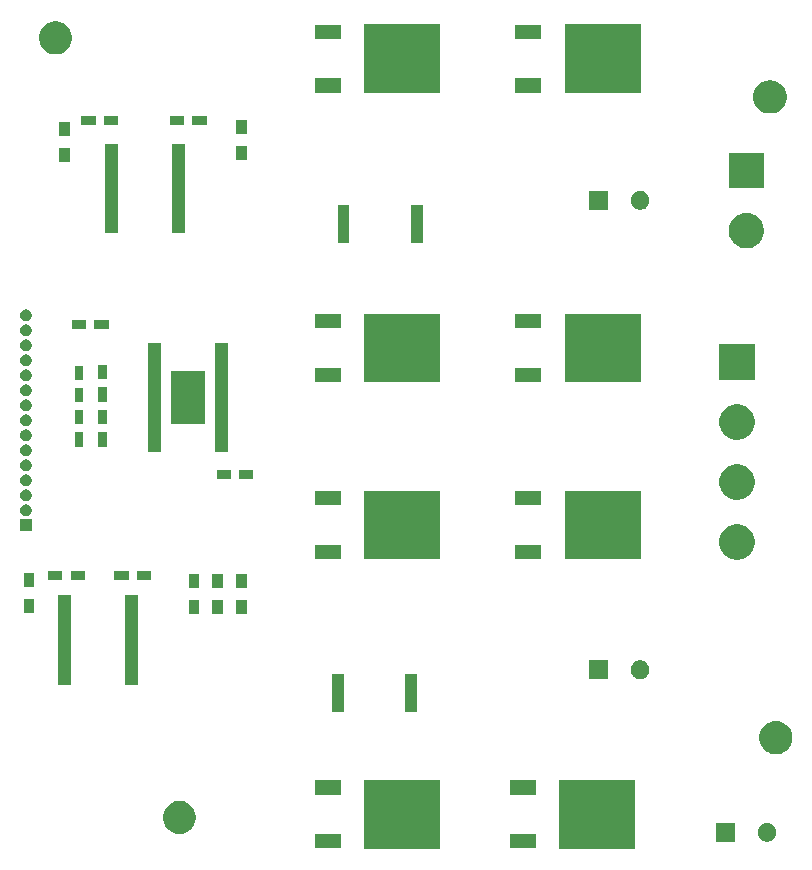
<source format=gbr>
G04 #@! TF.GenerationSoftware,KiCad,Pcbnew,5.0.2-bee76a0~70~ubuntu18.04.1*
G04 #@! TF.CreationDate,2019-02-27T20:57:34-05:00*
G04 #@! TF.ProjectId,Stepper Motor Prototype,53746570-7065-4722-904d-6f746f722050,rev?*
G04 #@! TF.SameCoordinates,Original*
G04 #@! TF.FileFunction,Soldermask,Top*
G04 #@! TF.FilePolarity,Negative*
%FSLAX46Y46*%
G04 Gerber Fmt 4.6, Leading zero omitted, Abs format (unit mm)*
G04 Created by KiCad (PCBNEW 5.0.2-bee76a0~70~ubuntu18.04.1) date Wed 27 Feb 2019 08:57:34 PM EST*
%MOMM*%
%LPD*%
G01*
G04 APERTURE LIST*
%ADD10C,0.100000*%
G04 APERTURE END LIST*
D10*
G36*
X164550000Y-124400000D02*
X158150000Y-124400000D01*
X158150000Y-118600000D01*
X164550000Y-118600000D01*
X164550000Y-124400000D01*
X164550000Y-124400000D01*
G37*
G36*
X148050000Y-124400000D02*
X141650000Y-124400000D01*
X141650000Y-118600000D01*
X148050000Y-118600000D01*
X148050000Y-124400000D01*
X148050000Y-124400000D01*
G37*
G36*
X139650000Y-124380000D02*
X137450000Y-124380000D01*
X137450000Y-123180000D01*
X139650000Y-123180000D01*
X139650000Y-124380000D01*
X139650000Y-124380000D01*
G37*
G36*
X156150000Y-124380000D02*
X153950000Y-124380000D01*
X153950000Y-123180000D01*
X156150000Y-123180000D01*
X156150000Y-124380000D01*
X156150000Y-124380000D01*
G37*
G36*
X173050000Y-123800000D02*
X171450000Y-123800000D01*
X171450000Y-122200000D01*
X173050000Y-122200000D01*
X173050000Y-123800000D01*
X173050000Y-123800000D01*
G37*
G36*
X175983352Y-122230743D02*
X176128941Y-122291048D01*
X176259973Y-122378601D01*
X176371399Y-122490027D01*
X176458952Y-122621059D01*
X176519257Y-122766648D01*
X176550000Y-122921205D01*
X176550000Y-123078795D01*
X176519257Y-123233352D01*
X176458952Y-123378941D01*
X176371399Y-123509973D01*
X176259973Y-123621399D01*
X176128941Y-123708952D01*
X175983352Y-123769257D01*
X175828795Y-123800000D01*
X175671205Y-123800000D01*
X175516648Y-123769257D01*
X175371059Y-123708952D01*
X175240027Y-123621399D01*
X175128601Y-123509973D01*
X175041048Y-123378941D01*
X174980743Y-123233352D01*
X174950000Y-123078795D01*
X174950000Y-122921205D01*
X174980743Y-122766648D01*
X175041048Y-122621059D01*
X175128601Y-122490027D01*
X175240027Y-122378601D01*
X175371059Y-122291048D01*
X175516648Y-122230743D01*
X175671205Y-122200000D01*
X175828795Y-122200000D01*
X175983352Y-122230743D01*
X175983352Y-122230743D01*
G37*
G36*
X126273126Y-120376900D02*
X126408365Y-120403801D01*
X126663149Y-120509336D01*
X126889397Y-120660511D01*
X126892451Y-120662551D01*
X127087449Y-120857549D01*
X127087451Y-120857552D01*
X127240664Y-121086851D01*
X127346199Y-121341635D01*
X127400000Y-121612112D01*
X127400000Y-121887888D01*
X127346199Y-122158365D01*
X127240664Y-122413149D01*
X127101743Y-122621058D01*
X127087449Y-122642451D01*
X126892451Y-122837449D01*
X126892448Y-122837451D01*
X126663149Y-122990664D01*
X126408365Y-123096199D01*
X126273126Y-123123100D01*
X126137889Y-123150000D01*
X125862111Y-123150000D01*
X125726874Y-123123100D01*
X125591635Y-123096199D01*
X125336851Y-122990664D01*
X125107552Y-122837451D01*
X125107549Y-122837449D01*
X124912551Y-122642451D01*
X124898257Y-122621058D01*
X124759336Y-122413149D01*
X124653801Y-122158365D01*
X124600000Y-121887888D01*
X124600000Y-121612112D01*
X124653801Y-121341635D01*
X124759336Y-121086851D01*
X124912549Y-120857552D01*
X124912551Y-120857549D01*
X125107549Y-120662551D01*
X125110603Y-120660511D01*
X125336851Y-120509336D01*
X125591635Y-120403801D01*
X125726874Y-120376900D01*
X125862111Y-120350000D01*
X126137889Y-120350000D01*
X126273126Y-120376900D01*
X126273126Y-120376900D01*
G37*
G36*
X156150000Y-119820000D02*
X153950000Y-119820000D01*
X153950000Y-118620000D01*
X156150000Y-118620000D01*
X156150000Y-119820000D01*
X156150000Y-119820000D01*
G37*
G36*
X139650000Y-119820000D02*
X137450000Y-119820000D01*
X137450000Y-118620000D01*
X139650000Y-118620000D01*
X139650000Y-119820000D01*
X139650000Y-119820000D01*
G37*
G36*
X176773127Y-113626901D02*
X176908365Y-113653801D01*
X177163149Y-113759336D01*
X177389397Y-113910511D01*
X177392451Y-113912551D01*
X177587449Y-114107549D01*
X177740665Y-114336853D01*
X177846199Y-114591636D01*
X177900000Y-114862111D01*
X177900000Y-115137889D01*
X177846199Y-115408364D01*
X177740665Y-115663147D01*
X177587449Y-115892451D01*
X177392451Y-116087449D01*
X177392448Y-116087451D01*
X177163149Y-116240664D01*
X176908365Y-116346199D01*
X176773127Y-116373099D01*
X176637889Y-116400000D01*
X176362111Y-116400000D01*
X176226873Y-116373099D01*
X176091635Y-116346199D01*
X175836851Y-116240664D01*
X175607552Y-116087451D01*
X175607549Y-116087449D01*
X175412551Y-115892451D01*
X175259335Y-115663147D01*
X175153801Y-115408364D01*
X175100000Y-115137889D01*
X175100000Y-114862111D01*
X175153801Y-114591636D01*
X175259335Y-114336853D01*
X175412551Y-114107549D01*
X175607549Y-113912551D01*
X175610603Y-113910511D01*
X175836851Y-113759336D01*
X176091635Y-113653801D01*
X176226873Y-113626901D01*
X176362111Y-113600000D01*
X176637889Y-113600000D01*
X176773127Y-113626901D01*
X176773127Y-113626901D01*
G37*
G36*
X146100000Y-112850000D02*
X145100000Y-112850000D01*
X145100000Y-109650000D01*
X146100000Y-109650000D01*
X146100000Y-112850000D01*
X146100000Y-112850000D01*
G37*
G36*
X139900000Y-112850000D02*
X138900000Y-112850000D01*
X138900000Y-109650000D01*
X139900000Y-109650000D01*
X139900000Y-112850000D01*
X139900000Y-112850000D01*
G37*
G36*
X116800000Y-110500000D02*
X115700000Y-110500000D01*
X115700000Y-102950000D01*
X116800000Y-102950000D01*
X116800000Y-110500000D01*
X116800000Y-110500000D01*
G37*
G36*
X122500000Y-110500000D02*
X121400000Y-110500000D01*
X121400000Y-102950000D01*
X122500000Y-102950000D01*
X122500000Y-110500000D01*
X122500000Y-110500000D01*
G37*
G36*
X165233352Y-108480743D02*
X165378941Y-108541048D01*
X165509973Y-108628601D01*
X165621399Y-108740027D01*
X165708952Y-108871059D01*
X165769257Y-109016648D01*
X165800000Y-109171205D01*
X165800000Y-109328795D01*
X165769257Y-109483352D01*
X165708952Y-109628941D01*
X165621399Y-109759973D01*
X165509973Y-109871399D01*
X165378941Y-109958952D01*
X165233352Y-110019257D01*
X165078795Y-110050000D01*
X164921205Y-110050000D01*
X164766648Y-110019257D01*
X164621059Y-109958952D01*
X164490027Y-109871399D01*
X164378601Y-109759973D01*
X164291048Y-109628941D01*
X164230743Y-109483352D01*
X164200000Y-109328795D01*
X164200000Y-109171205D01*
X164230743Y-109016648D01*
X164291048Y-108871059D01*
X164378601Y-108740027D01*
X164490027Y-108628601D01*
X164621059Y-108541048D01*
X164766648Y-108480743D01*
X164921205Y-108450000D01*
X165078795Y-108450000D01*
X165233352Y-108480743D01*
X165233352Y-108480743D01*
G37*
G36*
X162300000Y-110050000D02*
X160700000Y-110050000D01*
X160700000Y-108450000D01*
X162300000Y-108450000D01*
X162300000Y-110050000D01*
X162300000Y-110050000D01*
G37*
G36*
X129700000Y-104550000D02*
X128800000Y-104550000D01*
X128800000Y-103350000D01*
X129700000Y-103350000D01*
X129700000Y-104550000D01*
X129700000Y-104550000D01*
G37*
G36*
X127700000Y-104550000D02*
X126800000Y-104550000D01*
X126800000Y-103350000D01*
X127700000Y-103350000D01*
X127700000Y-104550000D01*
X127700000Y-104550000D01*
G37*
G36*
X131700000Y-104550000D02*
X130800000Y-104550000D01*
X130800000Y-103350000D01*
X131700000Y-103350000D01*
X131700000Y-104550000D01*
X131700000Y-104550000D01*
G37*
G36*
X113700000Y-104450000D02*
X112800000Y-104450000D01*
X112800000Y-103250000D01*
X113700000Y-103250000D01*
X113700000Y-104450000D01*
X113700000Y-104450000D01*
G37*
G36*
X131700000Y-102350000D02*
X130800000Y-102350000D01*
X130800000Y-101150000D01*
X131700000Y-101150000D01*
X131700000Y-102350000D01*
X131700000Y-102350000D01*
G37*
G36*
X127700000Y-102350000D02*
X126800000Y-102350000D01*
X126800000Y-101150000D01*
X127700000Y-101150000D01*
X127700000Y-102350000D01*
X127700000Y-102350000D01*
G37*
G36*
X129700000Y-102350000D02*
X128800000Y-102350000D01*
X128800000Y-101150000D01*
X129700000Y-101150000D01*
X129700000Y-102350000D01*
X129700000Y-102350000D01*
G37*
G36*
X113700000Y-102250000D02*
X112800000Y-102250000D01*
X112800000Y-101050000D01*
X113700000Y-101050000D01*
X113700000Y-102250000D01*
X113700000Y-102250000D01*
G37*
G36*
X118000000Y-101625000D02*
X116800000Y-101625000D01*
X116800000Y-100875000D01*
X118000000Y-100875000D01*
X118000000Y-101625000D01*
X118000000Y-101625000D01*
G37*
G36*
X116100000Y-101625000D02*
X114900000Y-101625000D01*
X114900000Y-100875000D01*
X116100000Y-100875000D01*
X116100000Y-101625000D01*
X116100000Y-101625000D01*
G37*
G36*
X123600000Y-101625000D02*
X122400000Y-101625000D01*
X122400000Y-100875000D01*
X123600000Y-100875000D01*
X123600000Y-101625000D01*
X123600000Y-101625000D01*
G37*
G36*
X121700000Y-101625000D02*
X120500000Y-101625000D01*
X120500000Y-100875000D01*
X121700000Y-100875000D01*
X121700000Y-101625000D01*
X121700000Y-101625000D01*
G37*
G36*
X173540935Y-96978429D02*
X173637534Y-96997644D01*
X173910517Y-97110717D01*
X174152920Y-97272687D01*
X174156197Y-97274876D01*
X174365124Y-97483803D01*
X174529284Y-97729485D01*
X174642356Y-98002467D01*
X174700000Y-98292261D01*
X174700000Y-98587739D01*
X174642356Y-98877533D01*
X174529284Y-99150515D01*
X174365124Y-99396197D01*
X174156197Y-99605124D01*
X174156194Y-99605126D01*
X173910517Y-99769283D01*
X173637534Y-99882356D01*
X173548831Y-99900000D01*
X173347739Y-99940000D01*
X173052261Y-99940000D01*
X172851169Y-99900000D01*
X172762466Y-99882356D01*
X172489483Y-99769283D01*
X172243806Y-99605126D01*
X172243803Y-99605124D01*
X172034876Y-99396197D01*
X171870716Y-99150515D01*
X171757644Y-98877533D01*
X171700000Y-98587739D01*
X171700000Y-98292261D01*
X171757644Y-98002467D01*
X171870716Y-97729485D01*
X172034876Y-97483803D01*
X172243803Y-97274876D01*
X172247080Y-97272687D01*
X172489483Y-97110717D01*
X172762466Y-96997644D01*
X172859065Y-96978429D01*
X173052261Y-96940000D01*
X173347739Y-96940000D01*
X173540935Y-96978429D01*
X173540935Y-96978429D01*
G37*
G36*
X148050000Y-99900000D02*
X141650000Y-99900000D01*
X141650000Y-94100000D01*
X148050000Y-94100000D01*
X148050000Y-99900000D01*
X148050000Y-99900000D01*
G37*
G36*
X165050000Y-99900000D02*
X158650000Y-99900000D01*
X158650000Y-94100000D01*
X165050000Y-94100000D01*
X165050000Y-99900000D01*
X165050000Y-99900000D01*
G37*
G36*
X139650000Y-99880000D02*
X137450000Y-99880000D01*
X137450000Y-98680000D01*
X139650000Y-98680000D01*
X139650000Y-99880000D01*
X139650000Y-99880000D01*
G37*
G36*
X156650000Y-99880000D02*
X154450000Y-99880000D01*
X154450000Y-98680000D01*
X156650000Y-98680000D01*
X156650000Y-99880000D01*
X156650000Y-99880000D01*
G37*
G36*
X113500000Y-97500000D02*
X112500000Y-97500000D01*
X112500000Y-96500000D01*
X113500000Y-96500000D01*
X113500000Y-97500000D01*
X113500000Y-97500000D01*
G37*
G36*
X113098015Y-95237234D02*
X113192268Y-95265825D01*
X113238697Y-95290643D01*
X113279129Y-95312254D01*
X113355264Y-95374736D01*
X113417745Y-95450870D01*
X113464175Y-95537732D01*
X113492766Y-95631985D01*
X113502419Y-95730000D01*
X113492766Y-95828015D01*
X113464175Y-95922268D01*
X113439357Y-95968697D01*
X113417746Y-96009129D01*
X113355264Y-96085264D01*
X113279129Y-96147746D01*
X113238697Y-96169357D01*
X113192268Y-96194175D01*
X113098015Y-96222766D01*
X113024564Y-96230000D01*
X112975436Y-96230000D01*
X112901985Y-96222766D01*
X112807732Y-96194175D01*
X112761303Y-96169357D01*
X112720871Y-96147746D01*
X112644736Y-96085264D01*
X112582254Y-96009129D01*
X112560643Y-95968697D01*
X112535825Y-95922268D01*
X112507234Y-95828015D01*
X112497581Y-95730000D01*
X112507234Y-95631985D01*
X112535825Y-95537732D01*
X112582255Y-95450870D01*
X112644736Y-95374736D01*
X112720871Y-95312254D01*
X112761303Y-95290643D01*
X112807732Y-95265825D01*
X112901985Y-95237234D01*
X112975436Y-95230000D01*
X113024564Y-95230000D01*
X113098015Y-95237234D01*
X113098015Y-95237234D01*
G37*
G36*
X139650000Y-95320000D02*
X137450000Y-95320000D01*
X137450000Y-94120000D01*
X139650000Y-94120000D01*
X139650000Y-95320000D01*
X139650000Y-95320000D01*
G37*
G36*
X156650000Y-95320000D02*
X154450000Y-95320000D01*
X154450000Y-94120000D01*
X156650000Y-94120000D01*
X156650000Y-95320000D01*
X156650000Y-95320000D01*
G37*
G36*
X113098015Y-93967234D02*
X113192268Y-93995825D01*
X113238697Y-94020643D01*
X113279129Y-94042254D01*
X113279131Y-94042255D01*
X113279130Y-94042255D01*
X113355264Y-94104736D01*
X113417745Y-94180870D01*
X113464175Y-94267732D01*
X113492766Y-94361985D01*
X113502419Y-94460000D01*
X113492766Y-94558015D01*
X113464175Y-94652268D01*
X113444389Y-94689284D01*
X113417746Y-94739129D01*
X113355264Y-94815264D01*
X113279129Y-94877746D01*
X113238697Y-94899357D01*
X113192268Y-94924175D01*
X113098015Y-94952766D01*
X113024564Y-94960000D01*
X112975436Y-94960000D01*
X112901985Y-94952766D01*
X112807732Y-94924175D01*
X112761303Y-94899357D01*
X112720871Y-94877746D01*
X112644736Y-94815264D01*
X112582254Y-94739129D01*
X112555611Y-94689284D01*
X112535825Y-94652268D01*
X112507234Y-94558015D01*
X112497581Y-94460000D01*
X112507234Y-94361985D01*
X112535825Y-94267732D01*
X112582255Y-94180870D01*
X112644736Y-94104736D01*
X112720870Y-94042255D01*
X112720869Y-94042255D01*
X112720871Y-94042254D01*
X112761303Y-94020643D01*
X112807732Y-93995825D01*
X112901985Y-93967234D01*
X112975436Y-93960000D01*
X113024564Y-93960000D01*
X113098015Y-93967234D01*
X113098015Y-93967234D01*
G37*
G36*
X173540935Y-91898429D02*
X173637534Y-91917644D01*
X173830560Y-91997598D01*
X173879857Y-92018017D01*
X173910517Y-92030717D01*
X174032566Y-92112268D01*
X174156197Y-92194876D01*
X174365124Y-92403803D01*
X174529284Y-92649485D01*
X174560905Y-92725825D01*
X174637553Y-92910870D01*
X174642356Y-92922467D01*
X174700000Y-93212261D01*
X174700000Y-93507739D01*
X174680107Y-93607745D01*
X174642356Y-93797534D01*
X174572064Y-93967234D01*
X174529284Y-94070515D01*
X174365124Y-94316197D01*
X174156197Y-94525124D01*
X174156194Y-94525126D01*
X173910517Y-94689283D01*
X173637534Y-94802356D01*
X173572641Y-94815264D01*
X173347739Y-94860000D01*
X173052261Y-94860000D01*
X172827359Y-94815264D01*
X172762466Y-94802356D01*
X172489483Y-94689283D01*
X172243806Y-94525126D01*
X172243803Y-94525124D01*
X172034876Y-94316197D01*
X171870716Y-94070515D01*
X171827936Y-93967234D01*
X171757644Y-93797534D01*
X171719893Y-93607745D01*
X171700000Y-93507739D01*
X171700000Y-93212261D01*
X171757644Y-92922467D01*
X171762448Y-92910870D01*
X171839095Y-92725825D01*
X171870716Y-92649485D01*
X172034876Y-92403803D01*
X172243803Y-92194876D01*
X172367434Y-92112268D01*
X172489483Y-92030717D01*
X172520144Y-92018017D01*
X172569440Y-91997598D01*
X172762466Y-91917644D01*
X172859065Y-91898429D01*
X173052261Y-91860000D01*
X173347739Y-91860000D01*
X173540935Y-91898429D01*
X173540935Y-91898429D01*
G37*
G36*
X113098015Y-92697234D02*
X113192268Y-92725825D01*
X113238697Y-92750643D01*
X113279129Y-92772254D01*
X113355264Y-92834736D01*
X113417746Y-92910871D01*
X113423944Y-92922467D01*
X113464175Y-92997732D01*
X113492766Y-93091985D01*
X113502419Y-93190000D01*
X113492766Y-93288015D01*
X113464175Y-93382268D01*
X113439357Y-93428697D01*
X113417746Y-93469129D01*
X113355264Y-93545264D01*
X113279129Y-93607746D01*
X113238697Y-93629357D01*
X113192268Y-93654175D01*
X113098015Y-93682766D01*
X113024564Y-93690000D01*
X112975436Y-93690000D01*
X112901985Y-93682766D01*
X112807732Y-93654175D01*
X112761303Y-93629357D01*
X112720871Y-93607746D01*
X112644736Y-93545264D01*
X112582254Y-93469129D01*
X112560643Y-93428697D01*
X112535825Y-93382268D01*
X112507234Y-93288015D01*
X112497581Y-93190000D01*
X112507234Y-93091985D01*
X112535825Y-92997732D01*
X112576056Y-92922467D01*
X112582254Y-92910871D01*
X112644736Y-92834736D01*
X112720871Y-92772254D01*
X112761303Y-92750643D01*
X112807732Y-92725825D01*
X112901985Y-92697234D01*
X112975436Y-92690000D01*
X113024564Y-92690000D01*
X113098015Y-92697234D01*
X113098015Y-92697234D01*
G37*
G36*
X132250000Y-93125000D02*
X131050000Y-93125000D01*
X131050000Y-92375000D01*
X132250000Y-92375000D01*
X132250000Y-93125000D01*
X132250000Y-93125000D01*
G37*
G36*
X130350000Y-93125000D02*
X129150000Y-93125000D01*
X129150000Y-92375000D01*
X130350000Y-92375000D01*
X130350000Y-93125000D01*
X130350000Y-93125000D01*
G37*
G36*
X113098015Y-91427234D02*
X113192268Y-91455825D01*
X113238697Y-91480643D01*
X113279129Y-91502254D01*
X113279131Y-91502255D01*
X113279130Y-91502255D01*
X113355264Y-91564736D01*
X113417745Y-91640870D01*
X113464175Y-91727732D01*
X113492766Y-91821985D01*
X113502419Y-91920000D01*
X113492766Y-92018015D01*
X113464175Y-92112268D01*
X113439357Y-92158697D01*
X113417746Y-92199129D01*
X113355264Y-92275264D01*
X113279129Y-92337746D01*
X113238697Y-92359357D01*
X113192268Y-92384175D01*
X113098015Y-92412766D01*
X113024564Y-92420000D01*
X112975436Y-92420000D01*
X112901985Y-92412766D01*
X112807732Y-92384175D01*
X112761303Y-92359357D01*
X112720871Y-92337746D01*
X112644736Y-92275264D01*
X112582254Y-92199129D01*
X112560643Y-92158697D01*
X112535825Y-92112268D01*
X112507234Y-92018015D01*
X112497581Y-91920000D01*
X112507234Y-91821985D01*
X112535825Y-91727732D01*
X112582255Y-91640870D01*
X112644736Y-91564736D01*
X112720870Y-91502255D01*
X112720869Y-91502255D01*
X112720871Y-91502254D01*
X112761303Y-91480643D01*
X112807732Y-91455825D01*
X112901985Y-91427234D01*
X112975436Y-91420000D01*
X113024564Y-91420000D01*
X113098015Y-91427234D01*
X113098015Y-91427234D01*
G37*
G36*
X113098015Y-90157234D02*
X113192268Y-90185825D01*
X113238697Y-90210643D01*
X113279129Y-90232254D01*
X113279131Y-90232255D01*
X113279130Y-90232255D01*
X113355264Y-90294736D01*
X113417745Y-90370870D01*
X113464175Y-90457732D01*
X113492766Y-90551985D01*
X113502419Y-90650000D01*
X113492766Y-90748015D01*
X113464175Y-90842268D01*
X113439357Y-90888697D01*
X113417746Y-90929129D01*
X113355264Y-91005264D01*
X113279129Y-91067746D01*
X113238697Y-91089357D01*
X113192268Y-91114175D01*
X113098015Y-91142766D01*
X113024564Y-91150000D01*
X112975436Y-91150000D01*
X112901985Y-91142766D01*
X112807732Y-91114175D01*
X112761303Y-91089357D01*
X112720871Y-91067746D01*
X112644736Y-91005264D01*
X112582254Y-90929129D01*
X112560643Y-90888697D01*
X112535825Y-90842268D01*
X112507234Y-90748015D01*
X112497581Y-90650000D01*
X112507234Y-90551985D01*
X112535825Y-90457732D01*
X112582255Y-90370870D01*
X112644736Y-90294736D01*
X112720870Y-90232255D01*
X112720869Y-90232255D01*
X112720871Y-90232254D01*
X112761303Y-90210643D01*
X112807732Y-90185825D01*
X112901985Y-90157234D01*
X112975436Y-90150000D01*
X113024564Y-90150000D01*
X113098015Y-90157234D01*
X113098015Y-90157234D01*
G37*
G36*
X130100000Y-90842500D02*
X129000000Y-90842500D01*
X129000000Y-81557500D01*
X130100000Y-81557500D01*
X130100000Y-90842500D01*
X130100000Y-90842500D01*
G37*
G36*
X124400000Y-90842500D02*
X123300000Y-90842500D01*
X123300000Y-81557500D01*
X124400000Y-81557500D01*
X124400000Y-90842500D01*
X124400000Y-90842500D01*
G37*
G36*
X117875000Y-90350000D02*
X117125000Y-90350000D01*
X117125000Y-89150000D01*
X117875000Y-89150000D01*
X117875000Y-90350000D01*
X117875000Y-90350000D01*
G37*
G36*
X119875000Y-90350000D02*
X119125000Y-90350000D01*
X119125000Y-89150000D01*
X119875000Y-89150000D01*
X119875000Y-90350000D01*
X119875000Y-90350000D01*
G37*
G36*
X113098015Y-88887234D02*
X113192268Y-88915825D01*
X113238697Y-88940643D01*
X113279129Y-88962254D01*
X113355264Y-89024736D01*
X113382153Y-89057500D01*
X113417745Y-89100870D01*
X113464175Y-89187732D01*
X113492766Y-89281985D01*
X113502419Y-89380000D01*
X113492766Y-89478015D01*
X113464175Y-89572268D01*
X113444389Y-89609284D01*
X113417746Y-89659129D01*
X113355264Y-89735264D01*
X113279129Y-89797746D01*
X113238697Y-89819357D01*
X113192268Y-89844175D01*
X113098015Y-89872766D01*
X113024564Y-89880000D01*
X112975436Y-89880000D01*
X112901985Y-89872766D01*
X112807732Y-89844175D01*
X112761303Y-89819357D01*
X112720871Y-89797746D01*
X112644736Y-89735264D01*
X112582254Y-89659129D01*
X112555611Y-89609284D01*
X112535825Y-89572268D01*
X112507234Y-89478015D01*
X112497581Y-89380000D01*
X112507234Y-89281985D01*
X112535825Y-89187732D01*
X112582255Y-89100870D01*
X112617848Y-89057500D01*
X112644736Y-89024736D01*
X112720871Y-88962254D01*
X112761303Y-88940643D01*
X112807732Y-88915825D01*
X112901985Y-88887234D01*
X112975436Y-88880000D01*
X113024564Y-88880000D01*
X113098015Y-88887234D01*
X113098015Y-88887234D01*
G37*
G36*
X173540935Y-86818429D02*
X173637534Y-86837644D01*
X173649257Y-86842500D01*
X173879857Y-86938017D01*
X173910517Y-86950717D01*
X174032566Y-87032268D01*
X174156197Y-87114876D01*
X174365124Y-87323803D01*
X174529284Y-87569485D01*
X174560905Y-87645825D01*
X174637553Y-87830870D01*
X174642356Y-87842467D01*
X174700000Y-88132261D01*
X174700000Y-88427739D01*
X174680107Y-88527745D01*
X174642356Y-88717534D01*
X174572064Y-88887234D01*
X174529284Y-88990515D01*
X174365124Y-89236197D01*
X174156197Y-89445124D01*
X174156194Y-89445126D01*
X173910517Y-89609283D01*
X173637534Y-89722356D01*
X173572641Y-89735264D01*
X173347739Y-89780000D01*
X173052261Y-89780000D01*
X172827359Y-89735264D01*
X172762466Y-89722356D01*
X172489483Y-89609283D01*
X172243806Y-89445126D01*
X172243803Y-89445124D01*
X172034876Y-89236197D01*
X171870716Y-88990515D01*
X171827936Y-88887234D01*
X171757644Y-88717534D01*
X171719893Y-88527745D01*
X171700000Y-88427739D01*
X171700000Y-88132261D01*
X171757644Y-87842467D01*
X171762448Y-87830870D01*
X171839095Y-87645825D01*
X171870716Y-87569485D01*
X172034876Y-87323803D01*
X172243803Y-87114876D01*
X172367434Y-87032268D01*
X172489483Y-86950717D01*
X172520144Y-86938017D01*
X172750743Y-86842500D01*
X172762466Y-86837644D01*
X172859065Y-86818429D01*
X173052261Y-86780000D01*
X173347739Y-86780000D01*
X173540935Y-86818429D01*
X173540935Y-86818429D01*
G37*
G36*
X113098015Y-87617234D02*
X113192268Y-87645825D01*
X113238697Y-87670643D01*
X113279129Y-87692254D01*
X113355264Y-87754736D01*
X113417746Y-87830871D01*
X113423944Y-87842467D01*
X113464175Y-87917732D01*
X113492766Y-88011985D01*
X113502419Y-88110000D01*
X113492766Y-88208015D01*
X113464175Y-88302268D01*
X113442670Y-88342500D01*
X113417746Y-88389129D01*
X113355264Y-88465264D01*
X113279129Y-88527746D01*
X113238697Y-88549357D01*
X113192268Y-88574175D01*
X113098015Y-88602766D01*
X113024564Y-88610000D01*
X112975436Y-88610000D01*
X112901985Y-88602766D01*
X112807732Y-88574175D01*
X112761303Y-88549357D01*
X112720871Y-88527746D01*
X112644736Y-88465264D01*
X112582254Y-88389129D01*
X112557330Y-88342500D01*
X112535825Y-88302268D01*
X112507234Y-88208015D01*
X112497581Y-88110000D01*
X112507234Y-88011985D01*
X112535825Y-87917732D01*
X112576056Y-87842467D01*
X112582254Y-87830871D01*
X112644736Y-87754736D01*
X112720871Y-87692254D01*
X112761303Y-87670643D01*
X112807732Y-87645825D01*
X112901985Y-87617234D01*
X112975436Y-87610000D01*
X113024564Y-87610000D01*
X113098015Y-87617234D01*
X113098015Y-87617234D01*
G37*
G36*
X117875000Y-88450000D02*
X117125000Y-88450000D01*
X117125000Y-87250000D01*
X117875000Y-87250000D01*
X117875000Y-88450000D01*
X117875000Y-88450000D01*
G37*
G36*
X119875000Y-88450000D02*
X119125000Y-88450000D01*
X119125000Y-87250000D01*
X119875000Y-87250000D01*
X119875000Y-88450000D01*
X119875000Y-88450000D01*
G37*
G36*
X128150000Y-88440000D02*
X125250000Y-88440000D01*
X125250000Y-83960000D01*
X128150000Y-83960000D01*
X128150000Y-88440000D01*
X128150000Y-88440000D01*
G37*
G36*
X113098015Y-86347234D02*
X113192268Y-86375825D01*
X113238697Y-86400643D01*
X113279129Y-86422254D01*
X113355264Y-86484736D01*
X113414980Y-86557500D01*
X113417745Y-86560870D01*
X113464175Y-86647732D01*
X113492766Y-86741985D01*
X113502419Y-86840000D01*
X113492766Y-86938015D01*
X113464175Y-87032268D01*
X113450688Y-87057500D01*
X113417746Y-87119129D01*
X113355264Y-87195264D01*
X113279129Y-87257746D01*
X113238697Y-87279357D01*
X113192268Y-87304175D01*
X113098015Y-87332766D01*
X113024564Y-87340000D01*
X112975436Y-87340000D01*
X112901985Y-87332766D01*
X112807732Y-87304175D01*
X112761303Y-87279357D01*
X112720871Y-87257746D01*
X112644736Y-87195264D01*
X112582254Y-87119129D01*
X112549312Y-87057500D01*
X112535825Y-87032268D01*
X112507234Y-86938015D01*
X112497581Y-86840000D01*
X112507234Y-86741985D01*
X112535825Y-86647732D01*
X112582255Y-86560870D01*
X112585021Y-86557500D01*
X112644736Y-86484736D01*
X112720871Y-86422254D01*
X112761303Y-86400643D01*
X112807732Y-86375825D01*
X112901985Y-86347234D01*
X112975436Y-86340000D01*
X113024564Y-86340000D01*
X113098015Y-86347234D01*
X113098015Y-86347234D01*
G37*
G36*
X117875000Y-86600000D02*
X117125000Y-86600000D01*
X117125000Y-85400000D01*
X117875000Y-85400000D01*
X117875000Y-86600000D01*
X117875000Y-86600000D01*
G37*
G36*
X119875000Y-86550000D02*
X119125000Y-86550000D01*
X119125000Y-85350000D01*
X119875000Y-85350000D01*
X119875000Y-86550000D01*
X119875000Y-86550000D01*
G37*
G36*
X113098015Y-85077234D02*
X113192268Y-85105825D01*
X113238697Y-85130643D01*
X113279129Y-85152254D01*
X113279131Y-85152255D01*
X113279130Y-85152255D01*
X113355264Y-85214736D01*
X113417745Y-85290870D01*
X113464175Y-85377732D01*
X113492766Y-85471985D01*
X113502419Y-85570000D01*
X113492766Y-85668015D01*
X113464175Y-85762268D01*
X113439357Y-85808697D01*
X113417746Y-85849129D01*
X113355264Y-85925264D01*
X113279129Y-85987746D01*
X113238697Y-86009357D01*
X113192268Y-86034175D01*
X113098015Y-86062766D01*
X113024564Y-86070000D01*
X112975436Y-86070000D01*
X112901985Y-86062766D01*
X112807732Y-86034175D01*
X112761303Y-86009357D01*
X112720871Y-85987746D01*
X112644736Y-85925264D01*
X112582254Y-85849129D01*
X112560643Y-85808697D01*
X112535825Y-85762268D01*
X112507234Y-85668015D01*
X112497581Y-85570000D01*
X112507234Y-85471985D01*
X112535825Y-85377732D01*
X112582255Y-85290870D01*
X112644736Y-85214736D01*
X112720870Y-85152255D01*
X112720869Y-85152255D01*
X112720871Y-85152254D01*
X112761303Y-85130643D01*
X112807732Y-85105825D01*
X112901985Y-85077234D01*
X112975436Y-85070000D01*
X113024564Y-85070000D01*
X113098015Y-85077234D01*
X113098015Y-85077234D01*
G37*
G36*
X165050000Y-84900000D02*
X158650000Y-84900000D01*
X158650000Y-79100000D01*
X165050000Y-79100000D01*
X165050000Y-84900000D01*
X165050000Y-84900000D01*
G37*
G36*
X148050000Y-84900000D02*
X141650000Y-84900000D01*
X141650000Y-79100000D01*
X148050000Y-79100000D01*
X148050000Y-84900000D01*
X148050000Y-84900000D01*
G37*
G36*
X156650000Y-84880000D02*
X154450000Y-84880000D01*
X154450000Y-83680000D01*
X156650000Y-83680000D01*
X156650000Y-84880000D01*
X156650000Y-84880000D01*
G37*
G36*
X139650000Y-84880000D02*
X137450000Y-84880000D01*
X137450000Y-83680000D01*
X139650000Y-83680000D01*
X139650000Y-84880000D01*
X139650000Y-84880000D01*
G37*
G36*
X113098015Y-83807234D02*
X113192268Y-83835825D01*
X113238697Y-83860643D01*
X113279129Y-83882254D01*
X113279131Y-83882255D01*
X113279130Y-83882255D01*
X113355264Y-83944736D01*
X113417745Y-84020870D01*
X113464175Y-84107732D01*
X113492766Y-84201985D01*
X113502419Y-84300000D01*
X113492766Y-84398015D01*
X113464175Y-84492268D01*
X113439357Y-84538697D01*
X113417746Y-84579129D01*
X113355264Y-84655264D01*
X113279129Y-84717746D01*
X113238697Y-84739357D01*
X113192268Y-84764175D01*
X113098015Y-84792766D01*
X113024564Y-84800000D01*
X112975436Y-84800000D01*
X112901985Y-84792766D01*
X112807732Y-84764175D01*
X112761303Y-84739357D01*
X112720871Y-84717746D01*
X112644736Y-84655264D01*
X112582254Y-84579129D01*
X112560643Y-84538697D01*
X112535825Y-84492268D01*
X112507234Y-84398015D01*
X112497581Y-84300000D01*
X112507234Y-84201985D01*
X112535825Y-84107732D01*
X112582255Y-84020870D01*
X112644736Y-83944736D01*
X112720870Y-83882255D01*
X112720869Y-83882255D01*
X112720871Y-83882254D01*
X112761303Y-83860643D01*
X112807732Y-83835825D01*
X112901985Y-83807234D01*
X112975436Y-83800000D01*
X113024564Y-83800000D01*
X113098015Y-83807234D01*
X113098015Y-83807234D01*
G37*
G36*
X174700000Y-84700000D02*
X171700000Y-84700000D01*
X171700000Y-81700000D01*
X174700000Y-81700000D01*
X174700000Y-84700000D01*
X174700000Y-84700000D01*
G37*
G36*
X117875000Y-84700000D02*
X117125000Y-84700000D01*
X117125000Y-83500000D01*
X117875000Y-83500000D01*
X117875000Y-84700000D01*
X117875000Y-84700000D01*
G37*
G36*
X119875000Y-84650000D02*
X119125000Y-84650000D01*
X119125000Y-83450000D01*
X119875000Y-83450000D01*
X119875000Y-84650000D01*
X119875000Y-84650000D01*
G37*
G36*
X113098015Y-82537234D02*
X113192268Y-82565825D01*
X113238697Y-82590643D01*
X113279129Y-82612254D01*
X113279131Y-82612255D01*
X113279130Y-82612255D01*
X113355264Y-82674736D01*
X113417745Y-82750870D01*
X113464175Y-82837732D01*
X113492766Y-82931985D01*
X113502419Y-83030000D01*
X113492766Y-83128015D01*
X113464175Y-83222268D01*
X113439357Y-83268697D01*
X113417746Y-83309129D01*
X113355264Y-83385264D01*
X113279129Y-83447746D01*
X113238697Y-83469357D01*
X113192268Y-83494175D01*
X113098015Y-83522766D01*
X113024564Y-83530000D01*
X112975436Y-83530000D01*
X112901985Y-83522766D01*
X112807732Y-83494175D01*
X112761303Y-83469357D01*
X112720871Y-83447746D01*
X112644736Y-83385264D01*
X112582254Y-83309129D01*
X112560643Y-83268697D01*
X112535825Y-83222268D01*
X112507234Y-83128015D01*
X112497581Y-83030000D01*
X112507234Y-82931985D01*
X112535825Y-82837732D01*
X112582255Y-82750870D01*
X112644736Y-82674736D01*
X112720870Y-82612255D01*
X112720869Y-82612255D01*
X112720871Y-82612254D01*
X112761303Y-82590643D01*
X112807732Y-82565825D01*
X112901985Y-82537234D01*
X112975436Y-82530000D01*
X113024564Y-82530000D01*
X113098015Y-82537234D01*
X113098015Y-82537234D01*
G37*
G36*
X113098015Y-81267234D02*
X113192268Y-81295825D01*
X113238697Y-81320643D01*
X113279129Y-81342254D01*
X113279131Y-81342255D01*
X113279130Y-81342255D01*
X113355264Y-81404736D01*
X113417745Y-81480870D01*
X113464175Y-81567732D01*
X113492766Y-81661985D01*
X113502419Y-81760000D01*
X113492766Y-81858015D01*
X113464175Y-81952268D01*
X113439357Y-81998697D01*
X113417746Y-82039129D01*
X113355264Y-82115264D01*
X113279129Y-82177746D01*
X113238697Y-82199357D01*
X113192268Y-82224175D01*
X113098015Y-82252766D01*
X113024564Y-82260000D01*
X112975436Y-82260000D01*
X112901985Y-82252766D01*
X112807732Y-82224175D01*
X112761303Y-82199357D01*
X112720871Y-82177746D01*
X112644736Y-82115264D01*
X112582254Y-82039129D01*
X112560643Y-81998697D01*
X112535825Y-81952268D01*
X112507234Y-81858015D01*
X112497581Y-81760000D01*
X112507234Y-81661985D01*
X112535825Y-81567732D01*
X112582255Y-81480870D01*
X112644736Y-81404736D01*
X112720870Y-81342255D01*
X112720869Y-81342255D01*
X112720871Y-81342254D01*
X112761303Y-81320643D01*
X112807732Y-81295825D01*
X112901985Y-81267234D01*
X112975436Y-81260000D01*
X113024564Y-81260000D01*
X113098015Y-81267234D01*
X113098015Y-81267234D01*
G37*
G36*
X113098015Y-79997234D02*
X113192268Y-80025825D01*
X113238697Y-80050643D01*
X113279129Y-80072254D01*
X113279131Y-80072255D01*
X113279130Y-80072255D01*
X113355264Y-80134736D01*
X113417745Y-80210870D01*
X113464175Y-80297732D01*
X113492766Y-80391985D01*
X113502419Y-80490000D01*
X113492766Y-80588015D01*
X113464175Y-80682268D01*
X113439357Y-80728697D01*
X113417746Y-80769129D01*
X113355264Y-80845264D01*
X113279129Y-80907746D01*
X113238697Y-80929357D01*
X113192268Y-80954175D01*
X113098015Y-80982766D01*
X113024564Y-80990000D01*
X112975436Y-80990000D01*
X112901985Y-80982766D01*
X112807732Y-80954175D01*
X112761303Y-80929357D01*
X112720871Y-80907746D01*
X112644736Y-80845264D01*
X112582254Y-80769129D01*
X112560643Y-80728697D01*
X112535825Y-80682268D01*
X112507234Y-80588015D01*
X112497581Y-80490000D01*
X112507234Y-80391985D01*
X112535825Y-80297732D01*
X112582255Y-80210870D01*
X112644736Y-80134736D01*
X112720870Y-80072255D01*
X112720869Y-80072255D01*
X112720871Y-80072254D01*
X112761303Y-80050643D01*
X112807732Y-80025825D01*
X112901985Y-79997234D01*
X112975436Y-79990000D01*
X113024564Y-79990000D01*
X113098015Y-79997234D01*
X113098015Y-79997234D01*
G37*
G36*
X120000000Y-80375000D02*
X118800000Y-80375000D01*
X118800000Y-79625000D01*
X120000000Y-79625000D01*
X120000000Y-80375000D01*
X120000000Y-80375000D01*
G37*
G36*
X118100000Y-80375000D02*
X116900000Y-80375000D01*
X116900000Y-79625000D01*
X118100000Y-79625000D01*
X118100000Y-80375000D01*
X118100000Y-80375000D01*
G37*
G36*
X156650000Y-80320000D02*
X154450000Y-80320000D01*
X154450000Y-79120000D01*
X156650000Y-79120000D01*
X156650000Y-80320000D01*
X156650000Y-80320000D01*
G37*
G36*
X139650000Y-80320000D02*
X137450000Y-80320000D01*
X137450000Y-79120000D01*
X139650000Y-79120000D01*
X139650000Y-80320000D01*
X139650000Y-80320000D01*
G37*
G36*
X113098015Y-78727234D02*
X113192268Y-78755825D01*
X113238697Y-78780643D01*
X113279129Y-78802254D01*
X113279131Y-78802255D01*
X113279130Y-78802255D01*
X113355264Y-78864736D01*
X113417745Y-78940870D01*
X113464175Y-79027732D01*
X113492766Y-79121985D01*
X113502419Y-79220000D01*
X113492766Y-79318015D01*
X113464175Y-79412268D01*
X113439357Y-79458697D01*
X113417746Y-79499129D01*
X113355264Y-79575264D01*
X113279129Y-79637746D01*
X113238697Y-79659357D01*
X113192268Y-79684175D01*
X113098015Y-79712766D01*
X113024564Y-79720000D01*
X112975436Y-79720000D01*
X112901985Y-79712766D01*
X112807732Y-79684175D01*
X112761303Y-79659357D01*
X112720871Y-79637746D01*
X112644736Y-79575264D01*
X112582254Y-79499129D01*
X112560643Y-79458697D01*
X112535825Y-79412268D01*
X112507234Y-79318015D01*
X112497581Y-79220000D01*
X112507234Y-79121985D01*
X112535825Y-79027732D01*
X112582255Y-78940870D01*
X112644736Y-78864736D01*
X112720870Y-78802255D01*
X112720869Y-78802255D01*
X112720871Y-78802254D01*
X112761303Y-78780643D01*
X112807732Y-78755825D01*
X112901985Y-78727234D01*
X112975436Y-78720000D01*
X113024564Y-78720000D01*
X113098015Y-78727234D01*
X113098015Y-78727234D01*
G37*
G36*
X174340935Y-70618429D02*
X174437534Y-70637644D01*
X174710517Y-70750717D01*
X174952920Y-70912687D01*
X174956197Y-70914876D01*
X175165124Y-71123803D01*
X175329284Y-71369485D01*
X175442356Y-71642467D01*
X175500000Y-71932261D01*
X175500000Y-72227739D01*
X175442356Y-72517533D01*
X175329284Y-72790515D01*
X175165124Y-73036197D01*
X174956197Y-73245124D01*
X174956194Y-73245126D01*
X174710517Y-73409283D01*
X174437534Y-73522356D01*
X174340935Y-73541571D01*
X174147739Y-73580000D01*
X173852261Y-73580000D01*
X173659065Y-73541571D01*
X173562466Y-73522356D01*
X173289483Y-73409283D01*
X173043806Y-73245126D01*
X173043803Y-73245124D01*
X172834876Y-73036197D01*
X172670716Y-72790515D01*
X172557644Y-72517533D01*
X172500000Y-72227739D01*
X172500000Y-71932261D01*
X172557644Y-71642467D01*
X172670716Y-71369485D01*
X172834876Y-71123803D01*
X173043803Y-70914876D01*
X173047080Y-70912687D01*
X173289483Y-70750717D01*
X173562466Y-70637644D01*
X173659065Y-70618429D01*
X173852261Y-70580000D01*
X174147739Y-70580000D01*
X174340935Y-70618429D01*
X174340935Y-70618429D01*
G37*
G36*
X146600000Y-73100000D02*
X145600000Y-73100000D01*
X145600000Y-69900000D01*
X146600000Y-69900000D01*
X146600000Y-73100000D01*
X146600000Y-73100000D01*
G37*
G36*
X140400000Y-73100000D02*
X139400000Y-73100000D01*
X139400000Y-69900000D01*
X140400000Y-69900000D01*
X140400000Y-73100000D01*
X140400000Y-73100000D01*
G37*
G36*
X120800000Y-72250000D02*
X119700000Y-72250000D01*
X119700000Y-64700000D01*
X120800000Y-64700000D01*
X120800000Y-72250000D01*
X120800000Y-72250000D01*
G37*
G36*
X126500000Y-72250000D02*
X125400000Y-72250000D01*
X125400000Y-64700000D01*
X126500000Y-64700000D01*
X126500000Y-72250000D01*
X126500000Y-72250000D01*
G37*
G36*
X162300000Y-70300000D02*
X160700000Y-70300000D01*
X160700000Y-68700000D01*
X162300000Y-68700000D01*
X162300000Y-70300000D01*
X162300000Y-70300000D01*
G37*
G36*
X165233352Y-68730743D02*
X165378941Y-68791048D01*
X165509973Y-68878601D01*
X165621399Y-68990027D01*
X165708952Y-69121059D01*
X165769257Y-69266648D01*
X165800000Y-69421205D01*
X165800000Y-69578795D01*
X165769257Y-69733352D01*
X165708952Y-69878941D01*
X165621399Y-70009973D01*
X165509973Y-70121399D01*
X165378941Y-70208952D01*
X165233352Y-70269257D01*
X165078795Y-70300000D01*
X164921205Y-70300000D01*
X164766648Y-70269257D01*
X164621059Y-70208952D01*
X164490027Y-70121399D01*
X164378601Y-70009973D01*
X164291048Y-69878941D01*
X164230743Y-69733352D01*
X164200000Y-69578795D01*
X164200000Y-69421205D01*
X164230743Y-69266648D01*
X164291048Y-69121059D01*
X164378601Y-68990027D01*
X164490027Y-68878601D01*
X164621059Y-68791048D01*
X164766648Y-68730743D01*
X164921205Y-68700000D01*
X165078795Y-68700000D01*
X165233352Y-68730743D01*
X165233352Y-68730743D01*
G37*
G36*
X175500000Y-68500000D02*
X172500000Y-68500000D01*
X172500000Y-65500000D01*
X175500000Y-65500000D01*
X175500000Y-68500000D01*
X175500000Y-68500000D01*
G37*
G36*
X116700000Y-66300000D02*
X115800000Y-66300000D01*
X115800000Y-65100000D01*
X116700000Y-65100000D01*
X116700000Y-66300000D01*
X116700000Y-66300000D01*
G37*
G36*
X131700000Y-66100000D02*
X130800000Y-66100000D01*
X130800000Y-64900000D01*
X131700000Y-64900000D01*
X131700000Y-66100000D01*
X131700000Y-66100000D01*
G37*
G36*
X116700000Y-64100000D02*
X115800000Y-64100000D01*
X115800000Y-62900000D01*
X116700000Y-62900000D01*
X116700000Y-64100000D01*
X116700000Y-64100000D01*
G37*
G36*
X131700000Y-63900000D02*
X130800000Y-63900000D01*
X130800000Y-62700000D01*
X131700000Y-62700000D01*
X131700000Y-63900000D01*
X131700000Y-63900000D01*
G37*
G36*
X126400000Y-63125000D02*
X125200000Y-63125000D01*
X125200000Y-62375000D01*
X126400000Y-62375000D01*
X126400000Y-63125000D01*
X126400000Y-63125000D01*
G37*
G36*
X128300000Y-63125000D02*
X127100000Y-63125000D01*
X127100000Y-62375000D01*
X128300000Y-62375000D01*
X128300000Y-63125000D01*
X128300000Y-63125000D01*
G37*
G36*
X118900000Y-63125000D02*
X117700000Y-63125000D01*
X117700000Y-62375000D01*
X118900000Y-62375000D01*
X118900000Y-63125000D01*
X118900000Y-63125000D01*
G37*
G36*
X120800000Y-63125000D02*
X119600000Y-63125000D01*
X119600000Y-62375000D01*
X120800000Y-62375000D01*
X120800000Y-63125000D01*
X120800000Y-63125000D01*
G37*
G36*
X176273126Y-59376900D02*
X176408365Y-59403801D01*
X176663149Y-59509336D01*
X176889397Y-59660511D01*
X176892451Y-59662551D01*
X177087449Y-59857549D01*
X177240665Y-60086853D01*
X177346199Y-60341636D01*
X177400000Y-60612111D01*
X177400000Y-60887889D01*
X177346199Y-61158364D01*
X177240665Y-61413147D01*
X177087449Y-61642451D01*
X176892451Y-61837449D01*
X176892448Y-61837451D01*
X176663149Y-61990664D01*
X176408365Y-62096199D01*
X176273127Y-62123099D01*
X176137889Y-62150000D01*
X175862111Y-62150000D01*
X175726873Y-62123099D01*
X175591635Y-62096199D01*
X175336851Y-61990664D01*
X175107552Y-61837451D01*
X175107549Y-61837449D01*
X174912551Y-61642451D01*
X174759335Y-61413147D01*
X174653801Y-61158364D01*
X174600000Y-60887889D01*
X174600000Y-60612111D01*
X174653801Y-60341636D01*
X174759335Y-60086853D01*
X174912551Y-59857549D01*
X175107549Y-59662551D01*
X175110603Y-59660511D01*
X175336851Y-59509336D01*
X175591635Y-59403801D01*
X175726874Y-59376900D01*
X175862111Y-59350000D01*
X176137889Y-59350000D01*
X176273126Y-59376900D01*
X176273126Y-59376900D01*
G37*
G36*
X165050000Y-60400000D02*
X158650000Y-60400000D01*
X158650000Y-54600000D01*
X165050000Y-54600000D01*
X165050000Y-60400000D01*
X165050000Y-60400000D01*
G37*
G36*
X148050000Y-60400000D02*
X141650000Y-60400000D01*
X141650000Y-54600000D01*
X148050000Y-54600000D01*
X148050000Y-60400000D01*
X148050000Y-60400000D01*
G37*
G36*
X139650000Y-60380000D02*
X137450000Y-60380000D01*
X137450000Y-59180000D01*
X139650000Y-59180000D01*
X139650000Y-60380000D01*
X139650000Y-60380000D01*
G37*
G36*
X156650000Y-60380000D02*
X154450000Y-60380000D01*
X154450000Y-59180000D01*
X156650000Y-59180000D01*
X156650000Y-60380000D01*
X156650000Y-60380000D01*
G37*
G36*
X115773126Y-54376900D02*
X115908365Y-54403801D01*
X116163149Y-54509336D01*
X116298837Y-54600000D01*
X116392451Y-54662551D01*
X116587449Y-54857549D01*
X116740665Y-55086853D01*
X116846199Y-55341636D01*
X116900000Y-55612111D01*
X116900000Y-55887889D01*
X116846199Y-56158364D01*
X116740665Y-56413147D01*
X116587449Y-56642451D01*
X116392451Y-56837449D01*
X116392448Y-56837451D01*
X116163149Y-56990664D01*
X115908365Y-57096199D01*
X115773126Y-57123100D01*
X115637889Y-57150000D01*
X115362111Y-57150000D01*
X115226874Y-57123100D01*
X115091635Y-57096199D01*
X114836851Y-56990664D01*
X114607552Y-56837451D01*
X114607549Y-56837449D01*
X114412551Y-56642451D01*
X114259335Y-56413147D01*
X114153801Y-56158364D01*
X114100000Y-55887889D01*
X114100000Y-55612111D01*
X114153801Y-55341636D01*
X114259335Y-55086853D01*
X114412551Y-54857549D01*
X114607549Y-54662551D01*
X114701163Y-54600000D01*
X114836851Y-54509336D01*
X115091635Y-54403801D01*
X115226874Y-54376900D01*
X115362111Y-54350000D01*
X115637889Y-54350000D01*
X115773126Y-54376900D01*
X115773126Y-54376900D01*
G37*
G36*
X156650000Y-55820000D02*
X154450000Y-55820000D01*
X154450000Y-54620000D01*
X156650000Y-54620000D01*
X156650000Y-55820000D01*
X156650000Y-55820000D01*
G37*
G36*
X139650000Y-55820000D02*
X137450000Y-55820000D01*
X137450000Y-54620000D01*
X139650000Y-54620000D01*
X139650000Y-55820000D01*
X139650000Y-55820000D01*
G37*
M02*

</source>
